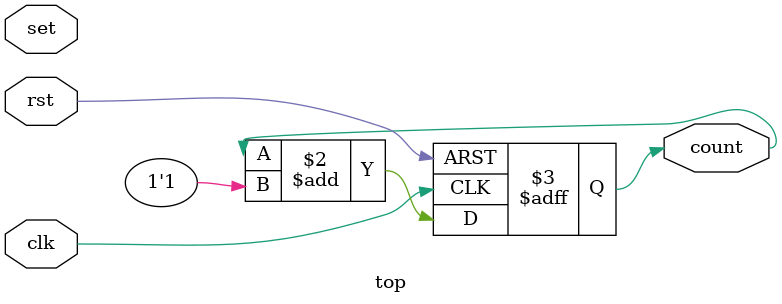
<source format=v>
module top(input wire clk,rst,set,output reg count);

always @(posedge clk or posedge rst)begin
	if(rst)
		count <= 0;
	else
		count <= count + 1'b1;
end

endmodule

</source>
